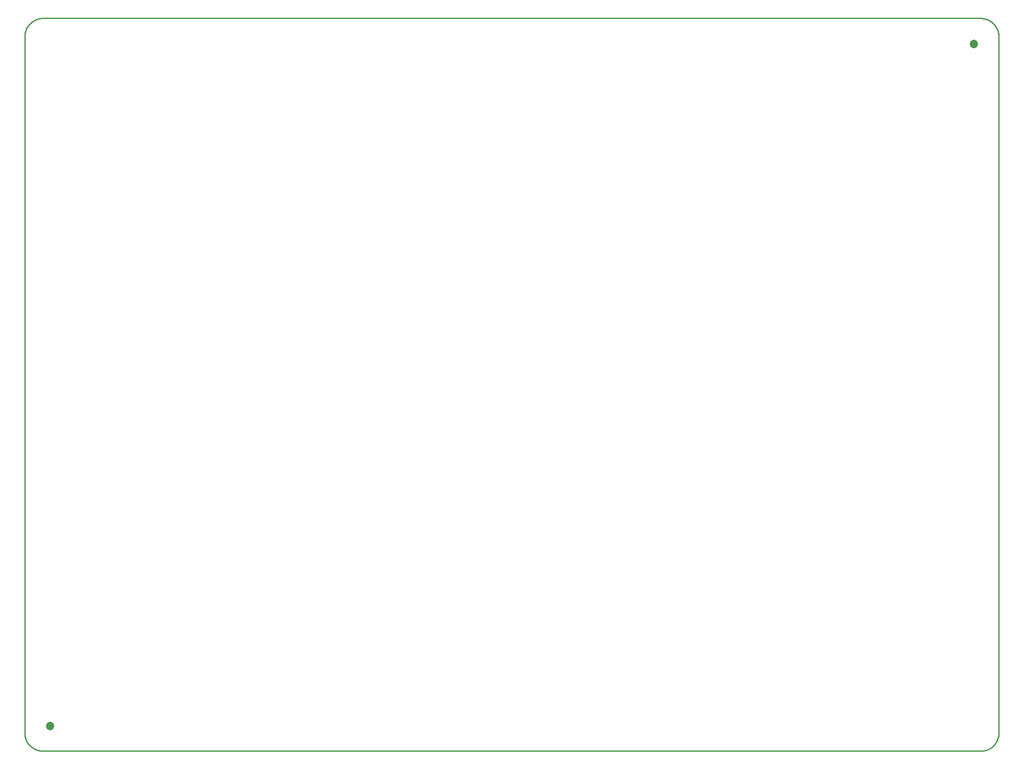
<source format=gts>
G75*
%MOIN*%
%OFA0B0*%
%FSLAX25Y25*%
%IPPOS*%
%LPD*%
%AMOC8*
5,1,8,0,0,1.08239X$1,22.5*
%
%ADD10C,0.00500*%
%ADD11C,0.04737*%
D10*
X0015000Y0005000D02*
X0526496Y0005000D01*
X0526738Y0005003D01*
X0526979Y0005012D01*
X0527220Y0005026D01*
X0527461Y0005047D01*
X0527701Y0005073D01*
X0527941Y0005105D01*
X0528180Y0005143D01*
X0528417Y0005186D01*
X0528654Y0005236D01*
X0528889Y0005291D01*
X0529123Y0005351D01*
X0529355Y0005418D01*
X0529586Y0005489D01*
X0529815Y0005567D01*
X0530042Y0005650D01*
X0530267Y0005738D01*
X0530490Y0005832D01*
X0530710Y0005931D01*
X0530928Y0006036D01*
X0531143Y0006145D01*
X0531356Y0006260D01*
X0531566Y0006380D01*
X0531772Y0006505D01*
X0531976Y0006635D01*
X0532177Y0006770D01*
X0532374Y0006910D01*
X0532568Y0007054D01*
X0532758Y0007203D01*
X0532944Y0007357D01*
X0533127Y0007515D01*
X0533306Y0007677D01*
X0533481Y0007844D01*
X0533652Y0008015D01*
X0533819Y0008190D01*
X0533981Y0008369D01*
X0534139Y0008552D01*
X0534293Y0008738D01*
X0534442Y0008928D01*
X0534586Y0009122D01*
X0534726Y0009319D01*
X0534861Y0009520D01*
X0534991Y0009724D01*
X0535116Y0009930D01*
X0535236Y0010140D01*
X0535351Y0010353D01*
X0535460Y0010568D01*
X0535565Y0010786D01*
X0535664Y0011006D01*
X0535758Y0011229D01*
X0535846Y0011454D01*
X0535929Y0011681D01*
X0536007Y0011910D01*
X0536078Y0012141D01*
X0536145Y0012373D01*
X0536205Y0012607D01*
X0536260Y0012842D01*
X0536310Y0013079D01*
X0536353Y0013316D01*
X0536391Y0013555D01*
X0536423Y0013795D01*
X0536449Y0014035D01*
X0536470Y0014276D01*
X0536484Y0014517D01*
X0536493Y0014758D01*
X0536496Y0015000D01*
X0536496Y0395000D01*
X0536493Y0395242D01*
X0536484Y0395483D01*
X0536470Y0395724D01*
X0536449Y0395965D01*
X0536423Y0396205D01*
X0536391Y0396445D01*
X0536353Y0396684D01*
X0536310Y0396921D01*
X0536260Y0397158D01*
X0536205Y0397393D01*
X0536145Y0397627D01*
X0536078Y0397859D01*
X0536007Y0398090D01*
X0535929Y0398319D01*
X0535846Y0398546D01*
X0535758Y0398771D01*
X0535664Y0398994D01*
X0535565Y0399214D01*
X0535460Y0399432D01*
X0535351Y0399647D01*
X0535236Y0399860D01*
X0535116Y0400070D01*
X0534991Y0400276D01*
X0534861Y0400480D01*
X0534726Y0400681D01*
X0534586Y0400878D01*
X0534442Y0401072D01*
X0534293Y0401262D01*
X0534139Y0401448D01*
X0533981Y0401631D01*
X0533819Y0401810D01*
X0533652Y0401985D01*
X0533481Y0402156D01*
X0533306Y0402323D01*
X0533127Y0402485D01*
X0532944Y0402643D01*
X0532758Y0402797D01*
X0532568Y0402946D01*
X0532374Y0403090D01*
X0532177Y0403230D01*
X0531976Y0403365D01*
X0531772Y0403495D01*
X0531566Y0403620D01*
X0531356Y0403740D01*
X0531143Y0403855D01*
X0530928Y0403964D01*
X0530710Y0404069D01*
X0530490Y0404168D01*
X0530267Y0404262D01*
X0530042Y0404350D01*
X0529815Y0404433D01*
X0529586Y0404511D01*
X0529355Y0404582D01*
X0529123Y0404649D01*
X0528889Y0404709D01*
X0528654Y0404764D01*
X0528417Y0404814D01*
X0528180Y0404857D01*
X0527941Y0404895D01*
X0527701Y0404927D01*
X0527461Y0404953D01*
X0527220Y0404974D01*
X0526979Y0404988D01*
X0526738Y0404997D01*
X0526496Y0405000D01*
X0015000Y0405000D01*
X0014758Y0404997D01*
X0014517Y0404988D01*
X0014276Y0404974D01*
X0014035Y0404953D01*
X0013795Y0404927D01*
X0013555Y0404895D01*
X0013316Y0404857D01*
X0013079Y0404814D01*
X0012842Y0404764D01*
X0012607Y0404709D01*
X0012373Y0404649D01*
X0012141Y0404582D01*
X0011910Y0404511D01*
X0011681Y0404433D01*
X0011454Y0404350D01*
X0011229Y0404262D01*
X0011006Y0404168D01*
X0010786Y0404069D01*
X0010568Y0403964D01*
X0010353Y0403855D01*
X0010140Y0403740D01*
X0009930Y0403620D01*
X0009724Y0403495D01*
X0009520Y0403365D01*
X0009319Y0403230D01*
X0009122Y0403090D01*
X0008928Y0402946D01*
X0008738Y0402797D01*
X0008552Y0402643D01*
X0008369Y0402485D01*
X0008190Y0402323D01*
X0008015Y0402156D01*
X0007844Y0401985D01*
X0007677Y0401810D01*
X0007515Y0401631D01*
X0007357Y0401448D01*
X0007203Y0401262D01*
X0007054Y0401072D01*
X0006910Y0400878D01*
X0006770Y0400681D01*
X0006635Y0400480D01*
X0006505Y0400276D01*
X0006380Y0400070D01*
X0006260Y0399860D01*
X0006145Y0399647D01*
X0006036Y0399432D01*
X0005931Y0399214D01*
X0005832Y0398994D01*
X0005738Y0398771D01*
X0005650Y0398546D01*
X0005567Y0398319D01*
X0005489Y0398090D01*
X0005418Y0397859D01*
X0005351Y0397627D01*
X0005291Y0397393D01*
X0005236Y0397158D01*
X0005186Y0396921D01*
X0005143Y0396684D01*
X0005105Y0396445D01*
X0005073Y0396205D01*
X0005047Y0395965D01*
X0005026Y0395724D01*
X0005012Y0395483D01*
X0005003Y0395242D01*
X0005000Y0395000D01*
X0005000Y0015000D01*
X0005003Y0014758D01*
X0005012Y0014517D01*
X0005026Y0014276D01*
X0005047Y0014035D01*
X0005073Y0013795D01*
X0005105Y0013555D01*
X0005143Y0013316D01*
X0005186Y0013079D01*
X0005236Y0012842D01*
X0005291Y0012607D01*
X0005351Y0012373D01*
X0005418Y0012141D01*
X0005489Y0011910D01*
X0005567Y0011681D01*
X0005650Y0011454D01*
X0005738Y0011229D01*
X0005832Y0011006D01*
X0005931Y0010786D01*
X0006036Y0010568D01*
X0006145Y0010353D01*
X0006260Y0010140D01*
X0006380Y0009930D01*
X0006505Y0009724D01*
X0006635Y0009520D01*
X0006770Y0009319D01*
X0006910Y0009122D01*
X0007054Y0008928D01*
X0007203Y0008738D01*
X0007357Y0008552D01*
X0007515Y0008369D01*
X0007677Y0008190D01*
X0007844Y0008015D01*
X0008015Y0007844D01*
X0008190Y0007677D01*
X0008369Y0007515D01*
X0008552Y0007357D01*
X0008738Y0007203D01*
X0008928Y0007054D01*
X0009122Y0006910D01*
X0009319Y0006770D01*
X0009520Y0006635D01*
X0009724Y0006505D01*
X0009930Y0006380D01*
X0010140Y0006260D01*
X0010353Y0006145D01*
X0010568Y0006036D01*
X0010786Y0005931D01*
X0011006Y0005832D01*
X0011229Y0005738D01*
X0011454Y0005650D01*
X0011681Y0005567D01*
X0011910Y0005489D01*
X0012141Y0005418D01*
X0012373Y0005351D01*
X0012607Y0005291D01*
X0012842Y0005236D01*
X0013079Y0005186D01*
X0013316Y0005143D01*
X0013555Y0005105D01*
X0013795Y0005073D01*
X0014035Y0005047D01*
X0014276Y0005026D01*
X0014517Y0005012D01*
X0014758Y0005003D01*
X0015000Y0005000D01*
D11*
X0018780Y0018819D03*
X0522717Y0391220D03*
M02*

</source>
